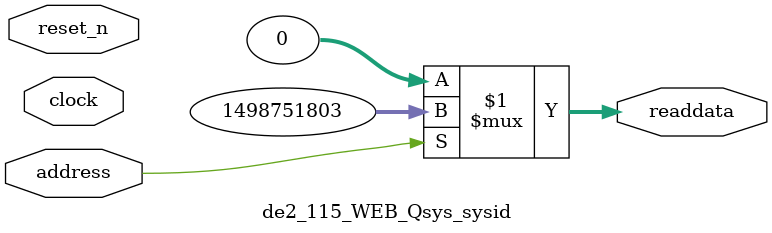
<source format=v>

`timescale 1ns / 1ps
// synthesis translate_on

// turn off superfluous verilog processor warnings 
// altera message_level Level1 
// altera message_off 10034 10035 10036 10037 10230 10240 10030 

module de2_115_WEB_Qsys_sysid (
               // inputs:
                address,
                clock,
                reset_n,

               // outputs:
                readdata
             )
;

  output  [ 31: 0] readdata;
  input            address;
  input            clock;
  input            reset_n;

  wire    [ 31: 0] readdata;
  //control_slave, which is an e_avalon_slave
  assign readdata = address ? 1498751803 : 0;

endmodule




</source>
